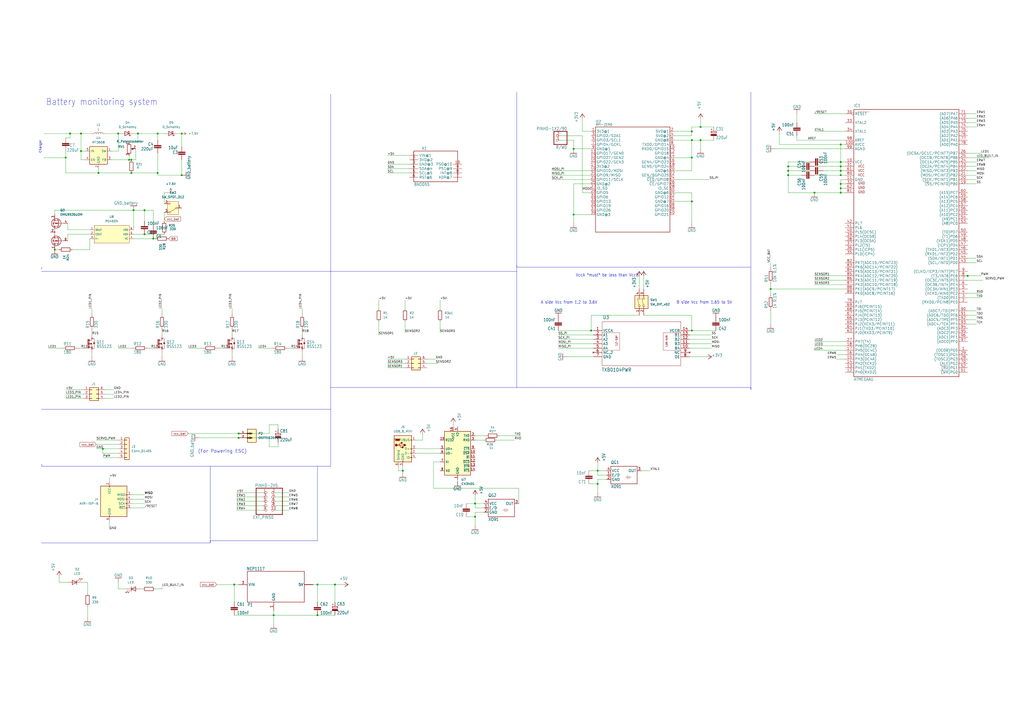
<source format=kicad_sch>
(kicad_sch (version 20250114) (generator "eeschema") (generator_version "9.0")
  (paper "A2")
  (text "Charger" (at 23.368 85.09 90) (effects (font (size 1.27 1.27))))
  (text "A side Vcc from 1.2 to 3.6V" (at 313.69 176.53 0) (effects (font (size 1.778 1.5113)) (justify left bottom)))
  (text "VccA *must* be less than VccB~{}" (at 334.01 160.782 0) (effects (font (size 1.778 1.5113)) (justify left bottom)))
  (text "(For Powering ESC)" (at 129.032 261.874 0) (effects (font (size 1.905 1.905))))
  (text "Battery monitoring system\n" (at 26.67 61.468 0) (effects (font (size 3.81 3.2385)) (justify left bottom)))
  (text "B side Vcc from 1.65 to 5V" (at 392.43 176.53 0) (effects (font (size 1.778 1.5113)) (justify left bottom)))
  (junction (at 138.43 254))
  (junction (at 46.99 77.47))
  (junction (at 105.41 77.47))
  (junction (at 487.68 99.06))
  (junction (at 487.68 93.98))
  (junction (at 487.68 106.68))
  (junction (at 46.99 87.63))
  (junction (at 88.9 138.43))
  (junction (at 457.2 101.6))
  (junction (at 38.1 91.44))
  (junction (at 332.74 86.36))
  (junction (at 487.68 109.22))
  (junction (at 76.2 100.33))
  (junction (at 406.4 81.28))
  (junction (at 401.32 116.84))
  (junction (at 472.44 111.76))
  (junction (at 406.4 73.66))
  (junction (at 31.75 144.78))
  (junction (at 401.32 81.28))
  (junction (at 346.71 280.67))
  (junction (at 233.68 273.05))
  (junction (at 457.2 99.06))
  (junction (at 57.15 100.33))
  (junction (at 401.32 76.2))
  (junction (at 275.59 299.72))
  (junction (at 105.41 101.6))
  (junction (at 184.15 339.09))
  (junction (at 135.89 339.09))
  (junction (at 59.69 260.35))
  (junction (at 487.68 111.76))
  (junction (at 346.71 273.05))
  (junction (at 184.15 356.87))
  (junction (at 401.32 91.44))
  (junction (at 77.47 121.92))
  (junction (at 342.9 191.77))
  (junction (at 91.44 100.33))
  (junction (at 332.74 124.46))
  (junction (at 487.68 101.6))
  (junction (at 158.75 356.87))
  (junction (at 561.34 160.02))
  (junction (at 83.82 135.89))
  (junction (at 487.68 83.82))
  (junction (at 91.44 77.47))
  (junction (at 194.31 339.09))
  (junction (at 76.2 92.71))
  (junction (at 487.68 96.52))
  (junction (at 275.59 292.1))
  (junction (at 80.01 77.47))
  (junction (at 138.43 251.46))
  (junction (at 447.04 167.64))
  (junction (at 401.32 191.77))
  (junction (at 83.82 121.92))
  (junction (at 40.64 77.47))
  (junction (at 457.2 96.52))
  (junction (at 68.58 77.47))
  (junction (at 74.93 92.71))
  (wire (pts (xy 39.37 133.35) (xy 39.37 129.54)))
  (wire (pts (xy 224.79 213.36) (xy 234.95 213.36)))
  (wire (pts (xy 50.8 337.82) (xy 50.8 344.17)))
  (wire (pts (xy 490.22 205.74) (xy 485.14 205.74)) (stroke (width 0.1524)))
  (wire (pts (xy 490.22 96.52) (xy 487.68 96.52)) (stroke (width 0.1524)))
  (wire (pts (xy 457.2 101.6) (xy 457.2 111.76)) (stroke (width 0.1524)))
  (wire (pts (xy 157.48 201.93) (xy 149.86 201.93)) (stroke (width 0.1524)))
  (wire (pts (xy 561.34 152.4) (xy 566.42 152.4)) (stroke (width 0.1524)))
  (wire (pts (xy 391.16 91.44) (xy 401.32 91.44)) (stroke (width 0.1524)))
  (wire (pts (xy 68.58 77.47) (xy 69.85 77.47)))
  (wire (pts (xy 138.43 251.46) (xy 156.21 251.46)))
  (wire (pts (xy 93.98 194.31) (xy 93.98 191.77)) (stroke (width 0.1524)))
  (wire (pts (xy 401.32 191.77) (xy 415.29 191.77)) (stroke (width 0.1524)))
  (wire (pts (xy 344.17 194.31) (xy 323.85 194.31)) (stroke (width 0.1524)))
  (polyline (pts (xy 435.61 224.79) (xy 435.61 226.06)))
  (wire (pts (xy 561.34 71.12) (xy 566.42 71.12)) (stroke (width 0.1524)))
  (wire (pts (xy 77.47 135.89) (xy 83.82 135.89)))
  (wire (pts (xy 561.34 93.98) (xy 566.42 93.98)) (stroke (width 0.1524)))
  (wire (pts (xy 55.88 255.27) (xy 68.58 255.27)))
  (wire (pts (xy 224.79 97.79) (xy 237.49 97.79)) (stroke (width 0.1524)))
  (wire (pts (xy 400.05 199.39) (xy 412.75 199.39)) (stroke (width 0.1524)))
  (wire (pts (xy 490.22 86.36) (xy 449.58 86.36)) (stroke (width 0.1524)))
  (wire (pts (xy 251.46 267.97) (xy 255.27 267.97)))
  (wire (pts (xy 93.98 181.61) (xy 93.98 179.07)) (stroke (width 0.1524)))
  (wire (pts (xy 280.67 297.18) (xy 275.59 297.18)) (stroke (width 0.1524)))
  (wire (pts (xy 60.96 226.06) (xy 66.04 226.06)))
  (wire (pts (xy 561.34 88.9) (xy 568.96 88.9)))
  (wire (pts (xy 152.4 293.37) (xy 137.16 293.37)) (stroke (width 0.1524)))
  (wire (pts (xy 342.9 76.2) (xy 337.82 76.2)) (stroke (width 0.1524)))
  (wire (pts (xy 275.59 252.73) (xy 281.94 252.73)))
  (wire (pts (xy 76.2 92.71) (xy 78.74 92.71)))
  (wire (pts (xy 233.68 273.05) (xy 233.68 270.51)))
  (wire (pts (xy 90.17 341.63) (xy 93.98 341.63)))
  (wire (pts (xy 490.22 165.1) (xy 472.44 165.1)) (stroke (width 0.1524)))
  (wire (pts (xy 561.34 162.56) (xy 570.23 162.56)) (stroke (width 0.1524)))
  (wire (pts (xy 231.14 270.51) (xy 231.14 273.05)))
  (wire (pts (xy 332.74 124.46) (xy 332.74 129.54)) (stroke (width 0.1524)))
  (wire (pts (xy 346.71 280.67) (xy 341.63 280.67)) (stroke (width 0.1524)))
  (wire (pts (xy 152.4 295.91) (xy 137.16 295.91)) (stroke (width 0.1524)))
  (wire (pts (xy 105.41 77.47) (xy 105.41 85.09)))
  (wire (pts (xy 57.15 100.33) (xy 76.2 100.33)))
  (wire (pts (xy 194.31 349.25) (xy 194.31 339.09)) (stroke (width 0.1524)))
  (polyline (pts (xy 121.92 270.51) (xy 121.92 314.96)))
  (wire (pts (xy 53.34 204.47) (xy 53.34 207.01)) (stroke (width 0.1524)))
  (wire (pts (xy 561.34 185.42) (xy 566.42 185.42)) (stroke (width 0.1524)))
  (wire (pts (xy 83.82 121.92) (xy 88.9 121.92)))
  (wire (pts (xy 81.28 341.63) (xy 82.55 341.63)))
  (wire (pts (xy 39.37 133.35) (xy 52.07 133.35)))
  (wire (pts (xy 342.9 191.77) (xy 344.17 191.77)) (stroke (width 0.1524)))
  (wire (pts (xy 401.32 91.44) (xy 401.32 81.28)) (stroke (width 0.1524)))
  (wire (pts (xy 95.25 111.76) (xy 99.06 111.76)))
  (wire (pts (xy 76.2 100.33) (xy 91.44 100.33)))
  (wire (pts (xy 25.4 77.47) (xy 40.64 77.47)))
  (wire (pts (xy 337.82 111.76) (xy 342.9 111.76)))
  (polyline (pts (xy 299.72 154.94) (xy 435.61 154.94)))
  (wire (pts (xy 370.84 167.64) (xy 370.84 160.02)) (stroke (width 0.1524)))
  (wire (pts (xy 38.1 87.63) (xy 38.1 91.44)))
  (wire (pts (xy 93.98 204.47) (xy 93.98 207.01)) (stroke (width 0.1524)))
  (wire (pts (xy 241.3 262.89) (xy 255.27 262.89)))
  (wire (pts (xy 49.53 92.71) (xy 46.99 92.71)))
  (polyline (pts (xy 191.77 157.48) (xy 299.72 157.48)))
  (wire (pts (xy 487.68 96.52) (xy 472.44 96.52)) (stroke (width 0.1524)))
  (wire (pts (xy 34.29 334.01) (xy 34.29 337.82)))
  (wire (pts (xy 135.89 349.25) (xy 135.89 339.09)) (stroke (width 0.1524)))
  (wire (pts (xy 31.75 121.92) (xy 77.47 121.92)))
  (wire (pts (xy 74.93 90.17) (xy 74.93 92.71)))
  (wire (pts (xy 487.68 101.6) (xy 487.68 99.06)) (stroke (width 0.1524)))
  (wire (pts (xy 406.4 73.66) (xy 414.02 73.66)) (stroke (width 0.1524)))
  (wire (pts (xy 561.34 73.66) (xy 566.42 73.66)) (stroke (width 0.1524)))
  (wire (pts (xy 332.74 81.28) (xy 332.74 86.36)) (stroke (width 0.1524)))
  (wire (pts (xy 233.68 274.32) (xy 233.68 273.05)))
  (wire (pts (xy 60.96 228.6) (xy 66.04 228.6)))
  (wire (pts (xy 83.82 135.89) (xy 95.25 135.89)))
  (wire (pts (xy 332.74 106.68) (xy 332.74 124.46)) (stroke (width 0.1524)))
  (wire (pts (xy 452.12 83.82) (xy 452.12 76.2)) (stroke (width 0.1524)))
  (wire (pts (xy 76.2 201.93) (xy 68.58 201.93)) (stroke (width 0.1524)))
  (wire (pts (xy 156.21 251.46) (xy 156.21 246.38)) (stroke (width 0.1524)))
  (wire (pts (xy 391.16 76.2) (xy 401.32 76.2)) (stroke (width 0.1524)))
  (wire (pts (xy 31.75 144.78) (xy 34.29 144.78)))
  (wire (pts (xy 561.34 182.88) (xy 566.42 182.88)) (stroke (width 0.1524)))
  (wire (pts (xy 472.44 203.2) (xy 472.44 201.93)) (stroke (width 0.1524)))
  (wire (pts (xy 184.15 356.87) (xy 194.31 356.87)) (stroke (width 0.1524)))
  (wire (pts (xy 372.11 273.05) (xy 377.19 273.05)) (stroke (width 0.1524)))
  (wire (pts (xy 561.34 180.34) (xy 566.42 180.34)) (stroke (width 0.1524)))
  (wire (pts (xy 342.9 101.6) (xy 320.04 101.6)) (stroke (width 0.1524)))
  (wire (pts (xy 80.01 82.55) (xy 80.01 77.47)))
  (wire (pts (xy 64.77 87.63) (xy 68.58 87.63)))
  (wire (pts (xy 135.89 356.87) (xy 158.75 356.87)) (stroke (width 0.1524)))
  (wire (pts (xy 300.99 283.21) (xy 251.46 283.21)))
  (wire (pts (xy 401.32 73.66) (xy 406.4 73.66)) (stroke (width 0.1524)))
  (wire (pts (xy 152.4 288.29) (xy 137.16 288.29)) (stroke (width 0.1524)))
  (wire (pts (xy 231.14 273.05) (xy 233.68 273.05)))
  (wire (pts (xy 255.27 173.99) (xy 255.27 179.07)))
  (wire (pts (xy 80.01 77.47) (xy 91.44 77.47)))
  (wire (pts (xy 53.34 194.31) (xy 53.34 191.77)) (stroke (width 0.1524)))
  (wire (pts (xy 251.46 283.21) (xy 251.46 267.97)))
  (wire (pts (xy 91.44 101.6) (xy 91.44 100.33)))
  (wire (pts (xy 457.2 99.06) (xy 457.2 96.52)) (stroke (width 0.1524)))
  (wire (pts (xy 472.44 198.12) (xy 490.22 198.12)))
  (wire (pts (xy 241.3 255.27) (xy 245.11 255.27)))
  (wire (pts (xy 275.59 299.72) (xy 275.59 304.8)) (stroke (width 0.1524)))
  (wire (pts (xy 158.75 356.87) (xy 158.75 361.95)) (stroke (width 0.1524)))
  (wire (pts (xy 46.99 77.47) (xy 46.99 87.63)))
  (wire (pts (xy 346.71 273.05) (xy 341.63 273.05)) (stroke (width 0.1524)))
  (wire (pts (xy 31.75 124.46) (xy 31.75 121.92)))
  (wire (pts (xy 391.16 78.74) (xy 401.32 78.74)) (stroke (width 0.1524)))
  (wire (pts (xy 219.71 173.99) (xy 219.71 179.07)))
  (wire (pts (xy 464.82 96.52) (xy 457.2 96.52)) (stroke (width 0.1524)))
  (wire (pts (xy 561.34 104.14) (xy 566.42 104.14)) (stroke (width 0.1524)))
  (wire (pts (xy 561.34 106.68) (xy 566.42 106.68)) (stroke (width 0.1524)))
  (wire (pts (xy 91.44 77.47) (xy 91.44 81.28)))
  (wire (pts (xy 95.25 128.27) (xy 95.25 123.19)))
  (polyline (pts (xy 435.61 53.34) (xy 435.61 226.06)))
  (wire (pts (xy 160.02 288.29) (xy 167.64 288.29)) (stroke (width 0.1524)))
  (wire (pts (xy 245.11 255.27) (xy 245.11 251.46)))
  (wire (pts (xy 490.22 93.98) (xy 487.68 93.98)) (stroke (width 0.1524)))
  (wire (pts (xy 275.59 299.72) (xy 270.51 299.72)) (stroke (width 0.1524)))
  (polyline (pts (xy 299.72 224.79) (xy 435.61 224.79)))
  (wire (pts (xy 38.1 228.6) (xy 48.26 228.6)))
  (wire (pts (xy 41.91 144.78) (xy 52.07 144.78)))
  (wire (pts (xy 135.89 339.09) (xy 125.73 339.09)) (stroke (width 0.1524)))
  (wire (pts (xy 462.28 71.12) (xy 462.28 66.04)) (stroke (width 0.1524)))
  (wire (pts (xy 490.22 76.2) (xy 472.44 76.2)) (stroke (width 0.1524)))
  (wire (pts (xy 323.85 191.77) (xy 342.9 191.77)) (stroke (width 0.1524)))
  (wire (pts (xy 46.99 87.63) (xy 49.53 87.63)))
  (wire (pts (xy 351.79 278.13) (xy 346.71 278.13)) (stroke (width 0.1524)))
  (polyline (pts (xy 191.77 270.51) (xy 24.13 270.51)))
  (wire (pts (xy 487.68 96.52) (xy 487.68 93.98)) (stroke (width 0.1524)))
  (wire (pts (xy 68.58 87.63) (xy 68.58 77.47)))
  (wire (pts (xy 457.2 96.52) (xy 457.2 93.98)) (stroke (width 0.1524)))
  (polyline (pts (xy 121.92 313.69) (xy 121.92 314.96)))
  (polyline (pts (xy 299.72 153.67) (xy 299.72 224.79)))
  (wire (pts (xy 490.22 167.64) (xy 447.04 167.64)) (stroke (width 0.1524)))
  (wire (pts (xy 280.67 292.1) (xy 275.59 292.1)) (stroke (width 0.1524)))
  (wire (pts (xy 401.32 99.06) (xy 401.32 91.44)) (stroke (width 0.1524)))
  (wire (pts (xy 490.22 66.04) (xy 472.44 66.04)) (stroke (width 0.1524)))
  (wire (pts (xy 414.02 81.28) (xy 406.4 81.28)) (stroke (width 0.1524)))
  (wire (pts (xy 400.05 194.31) (xy 412.75 194.31)) (stroke (width 0.1524)))
  (wire (pts (xy 487.68 99.06) (xy 487.68 96.52)) (stroke (width 0.1524)))
  (wire (pts (xy 346.71 278.13) (xy 346.71 280.67)) (stroke (width 0.1524)))
  (wire (pts (xy 105.41 92.71) (xy 105.41 101.6)))
  (wire (pts (xy 95.25 118.11) (xy 95.25 111.76)))
  (wire (pts (xy 88.9 121.92) (xy 88.9 130.81)))
  (wire (pts (xy 447.04 167.64) (xy 447.04 170.18)) (stroke (width 0.1524)))
  (wire (pts (xy 275.59 297.18) (xy 275.59 299.72)) (stroke (width 0.1524)))
  (wire (pts (xy 561.34 91.44) (xy 574.04 91.44)))
  (wire (pts (xy 74.93 92.71) (xy 76.2 92.71)))
  (wire (pts (xy 406.4 86.36) (xy 406.4 81.28)) (stroke (width 0.1524)))
  (wire (pts (xy 77.47 133.35) (xy 77.47 121.92)))
  (wire (pts (xy 25.4 91.44) (xy 38.1 91.44)))
  (wire (pts (xy 406.4 73.66) (xy 406.4 68.58)) (stroke (width 0.1524)))
  (wire (pts (xy 490.22 83.82) (xy 487.68 83.82)) (stroke (width 0.1524)))
  (wire (pts (xy 194.31 339.09) (xy 199.39 339.09)) (stroke (width 0.1524)))
  (wire (pts (xy 170.18 201.93) (xy 167.64 201.93)) (stroke (width 0.1524)))
  (wire (pts (xy 138.43 254) (xy 156.21 254)))
  (wire (pts (xy 73.66 341.63) (xy 68.58 341.63)))
  (polyline (pts (xy 191.77 157.48) (xy 191.77 237.49)))
  (wire (pts (xy 116.84 201.93) (xy 109.22 201.93)) (stroke (width 0.1524)))
  (wire (pts (xy 59.69 265.43) (xy 68.58 265.43)))
  (wire (pts (xy 288.29 255.27) (xy 298.45 255.27)))
  (wire (pts (xy 280.67 294.64) (xy 275.59 294.64)) (stroke (width 0.1524)))
  (wire (pts (xy 152.4 290.83) (xy 137.16 290.83)) (stroke (width 0.1524)))
  (wire (pts (xy 181.61 339.09) (xy 184.15 339.09)) (stroke (width 0.1524)))
  (wire (pts (xy 76.2 294.64) (xy 83.82 294.64)))
  (wire (pts (xy 175.26 204.47) (xy 175.26 207.01)) (stroke (width 0.1524)))
  (wire (pts (xy 457.2 101.6) (xy 457.2 99.06)) (stroke (width 0.1524)))
  (wire (pts (xy 490.22 104.14) (xy 487.68 104.14)) (stroke (width 0.1524)))
  (wire (pts (xy 561.34 68.58) (xy 566.42 68.58)) (stroke (width 0.1524)))
  (wire (pts (xy 391.16 116.84) (xy 401.32 116.84)) (stroke (width 0.1524)))
  (wire (pts (xy 46.99 337.82) (xy 50.8 337.82)))
  (wire (pts (xy 134.62 181.61) (xy 134.62 179.07)) (stroke (width 0.1524)))
  (wire (pts (xy 224.79 95.25) (xy 237.49 95.25)) (stroke (width 0.1524)))
  (wire (pts (xy 370.84 182.88) (xy 342.9 182.88)))
  (wire (pts (xy 88.9 201.93) (xy 86.36 201.93)) (stroke (width 0.1524)))
  (wire (pts (xy 342.9 86.36) (xy 332.74 86.36)) (stroke (width 0.1524)))
  (wire (pts (xy 344.17 199.39) (xy 323.85 199.39)) (stroke (width 0.1524)))
  (wire (pts (xy 391.16 111.76) (xy 401.32 111.76)) (stroke (width 0.1524)))
  (wire (pts (xy 557.53 160.02) (xy 561.34 160.02)))
  (wire (pts (xy 325.12 81.28) (xy 332.74 81.28)) (stroke (width 0.1524)))
  (wire (pts (xy 337.82 78.74) (xy 337.82 111.76)))
  (wire (pts (xy 487.68 99.06) (xy 477.52 99.06)) (stroke (width 0.1524)))
  (wire (pts (xy 158.75 354.33) (xy 158.75 356.87)) (stroke (width 0.1524)))
  (wire (pts (xy 60.96 231.14) (xy 66.04 231.14)))
  (wire (pts (xy 109.22 251.46) (xy 138.43 251.46)))
  (wire (pts (xy 469.9 93.98) (xy 457.2 93.98)) (stroke (width 0.1524)))
  (wire (pts (xy 46.99 92.71) (xy 46.99 87.63)))
  (wire (pts (xy 469.9 99.06) (xy 457.2 99.06)) (stroke (width 0.1524)))
  (wire (pts (xy 241.3 260.35) (xy 255.27 260.35)))
  (wire (pts (xy 247.65 210.82) (xy 254 210.82)))
  (polyline (pts (xy 24.13 237.49) (xy 191.77 237.49)))
  (wire (pts (xy 561.34 149.86) (xy 566.42 149.86)) (stroke (width 0.1524)))
  (wire (pts (xy 175.26 194.31) (xy 175.26 191.77)) (stroke (width 0.1524)))
  (wire (pts (xy 406.4 81.28) (xy 401.32 81.28)) (stroke (width 0.1524)))
  (wire (pts (xy 50.8 351.79) (xy 50.8 358.14)))
  (wire (pts (xy 184.15 339.09) (xy 194.31 339.09)) (stroke (width 0.1524)))
  (wire (pts (xy 57.15 100.33) (xy 38.1 100.33)))
  (polyline (pts (xy 184.15 270.51) (xy 184.15 313.69)))
  (wire (pts (xy 57.15 97.79) (xy 57.15 100.33)))
  (wire (pts (xy 77.47 77.47) (xy 80.01 77.47)))
  (wire (pts (xy 391.16 99.06) (xy 401.32 99.06)) (stroke (width 0.1524)))
  (wire (pts (xy 64.77 92.71) (xy 74.93 92.71)))
  (wire (pts (xy 447.04 180.34) (xy 447.04 187.96)) (stroke (width 0.1524)))
  (wire (pts (xy 351.79 275.59) (xy 346.71 275.59)) (stroke (width 0.1524)))
  (wire (pts (xy 487.68 104.14) (xy 487.68 106.68)) (stroke (width 0.1524)))
  (wire (pts (xy 472.44 200.66) (xy 490.22 200.66)))
  (wire (pts (xy 52.07 138.43) (xy 52.07 144.78)))
  (wire (pts (xy 68.58 262.89) (xy 59.69 262.89)))
  (wire (pts (xy 91.44 100.33) (xy 91.44 88.9)))
  (wire (pts (xy 462.28 81.28) (xy 462.28 78.74)) (stroke (width 0.1524)))
  (wire (pts (xy 76.2 289.56) (xy 83.82 289.56)))
  (wire (pts (xy 38.1 91.44) (xy 38.1 100.33)))
  (wire (pts (xy 48.26 201.93) (xy 45.72 201.93)) (stroke (width 0.1524)))
  (wire (pts (xy 138.43 339.09) (xy 135.89 339.09)) (stroke (width 0.1524)))
  (wire (pts (xy 63.5 302.26) (xy 63.5 307.34)))
  (wire (pts (xy 472.44 203.2) (xy 490.22 203.2)))
  (wire (pts (xy 487.68 83.82) (xy 487.68 93.98)) (stroke (width 0.1524)))
  (wire (pts (xy 175.26 181.61) (xy 175.26 179.07)) (stroke (width 0.1524)))
  (wire (pts (xy 561.34 66.04) (xy 566.42 66.04)) (stroke (width 0.1524)))
  (wire (pts (xy 78.74 92.71) (xy 78.74 86.36)))
  (wire (pts (xy 401.32 182.88) (xy 401.32 191.77)))
  (wire (pts (xy 265.43 279.4) (xy 265.43 278.13)))
  (wire (pts (xy 40.64 80.01) (xy 38.1 80.01)))
  (wire (pts (xy 487.68 101.6) (xy 472.44 101.6)) (stroke (width 0.1524)))
  (wire (pts (xy 134.62 204.47) (xy 134.62 207.01)) (stroke (width 0.1524)))
  (wire (pts (xy 391.16 104.14) (xy 411.48 104.14)) (stroke (width 0.1524)))
  (wire (pts (xy 447.04 165.1) (xy 447.04 167.64)) (stroke (width 0.1524)))
  (wire (pts (xy 487.68 106.68) (xy 490.22 106.68)) (stroke (width 0.1524)))
  (wire (pts (xy 160.02 290.83) (xy 167.64 290.83)) (stroke (width 0.1524)))
  (wire (pts (xy 400.05 201.93) (xy 412.75 201.93)) (stroke (width 0.1524)))
  (wire (pts (xy 464.82 101.6) (xy 457.2 101.6)) (stroke (width 0.1524)))
  (wire (pts (xy 38.1 231.14) (xy 48.26 231.14)))
  (wire (pts (xy 447.04 154.94) (xy 447.04 152.4)) (stroke (width 0.1524)))
  (wire (pts (xy 401.32 116.84) (xy 401.32 129.54)) (stroke (width 0.1524)))
  (wire (pts (xy 55.88 260.35) (xy 59.69 260.35)))
  (wire (pts (xy 262.89 245.11) (xy 262.89 247.65)))
  (wire (pts (xy 40.64 77.47) (xy 46.99 77.47)))
  (wire (pts (xy 105.41 101.6) (xy 91.44 101.6)))
  (wire (pts (xy 40.64 80.01) (xy 40.64 77.47)))
  (wire (pts (xy 561.34 160.02) (xy 568.96 160.02)))
  (wire (pts (xy 275.59 292.1) (xy 275.59 287.02)) (stroke (width 0.1524)))
  (wire (pts (xy 83.82 121.92) (xy 83.82 128.27)))
  (wire (pts (xy 490.22 160.02) (xy 472.44 160.02)) (stroke (width 0.1524)))
  (wire (pts (xy 401.32 78.74) (xy 401.32 76.2)) (stroke (width 0.1524)))
  (wire (pts (xy 328.93 207.01) (xy 344.17 207.01)) (stroke (width 0.1524)))
  (polyline (pts (xy 184.15 313.69) (xy 121.92 313.69)))
  (wire (pts (xy 275.59 292.1) (xy 270.51 292.1)) (stroke (width 0.1524)))
  (wire (pts (xy 487.68 109.22) (xy 490.22 109.22)) (stroke (width 0.1524)))
  (wire (pts (xy 255.27 186.69) (xy 255.27 193.04)))
  (wire (pts (xy 95.25 77.47) (xy 91.44 77.47)))
  (wire (pts (xy 102.87 77.47) (xy 105.41 77.47)))
  (wire (pts (xy 342.9 106.68) (xy 332.74 106.68)) (stroke (width 0.1524)))
  (wire (pts (xy 342.9 99.06) (xy 320.04 99.06)) (stroke (width 0.1524)))
  (wire (pts (xy 74.93 82.55) (xy 80.01 82.55)))
  (polyline (pts (xy 191.77 157.48) (xy 24.13 157.48)))
  (wire (pts (xy 156.21 246.38) (xy 161.29 246.38)) (stroke (width 0.1524)))
  (wire (pts (xy 337.82 76.2) (xy 337.82 68.58)) (stroke (width 0.1524)))
  (wire (pts (xy 224.79 210.82) (xy 234.95 210.82)))
  (wire (pts (xy 35.56 201.93) (xy 27.94 201.93)) (stroke (width 0.1524)))
  (wire (pts (xy 400.05 207.01) (xy 410.21 207.01)) (stroke (width 0.1524)))
  (wire (pts (xy 487.68 111.76) (xy 472.44 111.76)) (stroke (width 0.1524)))
  (wire (pts (xy 561.34 187.96) (xy 566.42 187.96)) (stroke (width 0.1524)))
  (wire (pts (xy 53.34 77.47) (xy 46.99 77.47)))
  (wire (pts (xy 224.79 100.33) (xy 237.49 100.33)) (stroke (width 0.1524)))
  (wire (pts (xy 490.22 162.56) (xy 472.44 162.56)) (stroke (width 0.1524)))
  (wire (pts (xy 160.02 285.75) (xy 167.64 285.75)) (stroke (width 0.1524)))
  (wire (pts (xy 346.71 280.67) (xy 346.71 285.75)) (stroke (width 0.1524)))
  (polyline (pts (xy 299.72 53.34) (xy 299.72 154.94)))
  (wire (pts (xy 224.79 90.17) (xy 237.49 90.17)) (stroke (width 0.1524)))
  (wire (pts (xy 490.22 101.6) (xy 487.68 101.6)) (stroke (width 0.1524)))
  (wire (pts (xy 401.32 76.2) (xy 401.32 73.66)) (stroke (width 0.1524)))
  (wire (pts (xy 457.2 111.76) (xy 472.44 111.76)) (stroke (width 0.1524)))
  (wire (pts (xy 487.68 83.82) (xy 452.12 83.82)) (stroke (width 0.1524)))
  (wire (pts (xy 487.68 109.22) (xy 487.68 111.76)) (stroke (width 0.1524)))
  (wire (pts (xy 53.34 181.61) (xy 53.34 179.07)) (stroke (width 0.1524)))
  (wire (pts (xy 561.34 170.18) (xy 568.96 170.18)))
  (wire (pts (xy 400.05 196.85) (xy 412.75 196.85)) (stroke (width 0.1524)))
  (wire (pts (xy 346.71 273.05) (xy 346.71 267.97)) (stroke (width 0.1524)))
  (wire (pts (xy 275.59 294.64) (xy 275.59 292.1)) (stroke (width 0.1524)))
  (wire (pts (xy 487.68 106.68) (xy 487.68 109.22)) (stroke (width 0.1524)))
  (wire (pts (xy 160.02 293.37) (xy 167.64 293.37)) (stroke (width 0.1524)))
  (wire (pts (xy 400.05 191.77) (xy 401.32 191.77)) (stroke (width 0.1524)))
  (wire (pts (xy 234.95 173.99) (xy 234.95 179.07)))
  (wire (pts (xy 39.37 135.89) (xy 52.07 135.89)))
  (wire (pts (xy 156.21 259.08) (xy 156.21 254)) (stroke (width 0.1524)))
  (wire (pts (xy 76.2 287.02) (xy 83.82 287.02)))
  (wire (pts (xy 152.4 285.75) (xy 137.16 285.75)) (stroke (width 0.1524)))
  (wire (pts (xy 247.65 208.28) (xy 252.73 208.28)))
  (wire (pts (xy 134.62 194.31) (xy 134.62 191.77)) (stroke (width 0.1524)))
  (wire (pts (xy 76.2 292.1) (xy 83.82 292.1)))
  (polyline (pts (xy 191.77 54.61) (xy 191.77 157.48)))
  (wire (pts (xy 300.99 292.1) (xy 300.99 283.21)))
  (wire (pts (xy 77.47 121.92) (xy 83.82 121.92)))
  (wire (pts (xy 55.88 257.81) (xy 68.58 257.81)))
  (wire (pts (xy 289.56 252.73) (xy 302.26 252.73)))
  (polyline (pts (xy 24.13 269.24) (xy 24.13 270.51)))
  (wire (pts (xy 39.37 139.7) (xy 39.37 135.89)))
  (wire (pts (xy 68.58 337.82) (xy 68.58 341.63)))
  (wire (pts (xy 59.69 260.35) (xy 59.69 262.89)))
  (polyline (pts (xy 24.13 314.96) (xy 121.92 314.96)))
  (wire (pts (xy 487.68 111.76) (xy 490.22 111.76)) (stroke (width 0.1524)))
  (wire (pts (xy 490.22 208.28) (xy 485.14 208.28)) (stroke (width 0.1524)))
  (wire (pts (xy 129.54 201.93) (xy 127 201.93)) (stroke (width 0.1524)))
  (wire (pts (xy 161.29 246.38) (xy 161.29 248.92)) (stroke (width 0.1524)))
  (wire (pts (xy 490.22 99.06) (xy 487.68 99.06)) (stroke (width 0.1524)))
  (wire (pts (xy 561.34 172.72) (xy 568.96 172.72)))
  (wire (pts (xy 351.79 273.05) (xy 346.71 273.05)) (stroke (width 0.1524)))
  (wire (pts (xy 561.34 96.52) (xy 566.42 96.52)) (stroke (width 0.1524)))
  (wire (pts (xy 184.15 356.87) (xy 158.75 356.87)) (stroke (width 0.1524)))
  (wire (pts (xy 275.59 255.27) (xy 280.67 255.27)))
  (wire (pts (xy 561.34 101.6) (xy 566.42 101.6)) (stroke (width 0.1524)))
  (wire (pts (xy 373.38 182.88) (xy 401.32 182.88)))
  (polyline (pts (xy 24.13 154.94) (xy 24.13 156.21)))
  (wire (pts (xy 115.57 254) (xy 138.43 254)))
  (wire (pts (xy 234.95 186.69) (xy 234.95 193.04)))
  (wire (pts (xy 325.12 78.74) (xy 337.82 78.74)))
  (wire (pts (xy 77.47 138.43) (xy 88.9 138.43)))
  (wire (pts (xy 160.02 295.91) (xy 167.64 295.91)) (stroke (width 0.1524)))
  (wire (pts (xy 487.68 93.98) (xy 477.52 93.98)) (stroke (width 0.1524)))
  (wire (pts (xy 88.9 138.43) (xy 90.17 138.43)))
  (wire (pts (xy 38.1 226.06) (xy 48.26 226.06)))
  (wire (pts (xy 346.71 275.59) (xy 346.71 273.05)) (stroke (width 0.1524)))
  (wire (pts (xy 161.29 259.08) (xy 156.21 259.08)) (stroke (width 0.1524)))
  (wire (pts (xy 401.32 81.28) (xy 391.16 81.28)) (stroke (width 0.1524)))
  (wire (pts (xy 342.9 104.14) (xy 320.04 104.14)) (stroke (width 0.1524)))
  (wire (pts (xy 59.69 260.35) (xy 68.58 260.35)))
  (wire (pts (xy 490.22 81.28) (xy 462.28 81.28)) (stroke (width 0.1524)))
  (wire (pts (xy 63.5 276.86) (xy 63.5 279.4)))
  (wire (pts (xy 219.71 186.69) (xy 219.71 194.31)))
  (wire (pts (xy 342.9 124.46) (xy 332.74 124.46)) (stroke (width 0.1524)))
  (wire (pts (xy 93.98 340.36) (xy 93.98 341.63)))
  (wire (pts (xy 224.79 208.28) (xy 234.95 208.28)))
  (polyline (pts (xy 191.77 237.49) (xy 191.77 270.51)))
  (wire (pts (xy 161.29 256.54) (xy 161.29 259.08)) (stroke (width 0.1524)))
  (wire (pts (xy 342.9 182.88) (xy 342.9 191.77)))
  (wire (pts (xy 344.17 201.93) (xy 323.85 201.93)) (stroke (width 0.1524)))
  (wire (pts (xy 39.37 337.82) (xy 34.29 337.82)))
  (wire (pts (xy 184.15 349.25) (xy 184.15 339.09)) (stroke (width 0.1524)))
  (wire (pts (xy 373.38 167.64) (xy 373.38 160.02)) (stroke (width 0.1524)))
  (wire (pts (xy 68.58 77.47) (xy 60.96 77.47)))
  (wire (pts (xy 401.32 116.84) (xy 401.32 111.76)) (stroke (width 0.1524)))
  (wire (pts (xy 561.34 99.06) (xy 566.42 99.06)) (stroke (width 0.1524)))
  (wire (pts (xy 344.17 196.85) (xy 323.85 196.85)) (stroke (width 0.1524)))
  (polyline (pts (xy 191.77 224.79) (xy 299.72 224.79)))
  (label "+5V" (at 137.16 285.75 0) (effects (font (size 1.2446 1.2446))))
  (label "ERW4" (at 137.16 295.91 0) (effects (font (size 1.2446 1.2446))))
  (label "+5V" (at 255.27 173.99 0) (effects (font (size 1.2446 1.2446))))
  (label "SENSOR1" (at 224.79 213.36 0) (effects (font (size 1.2446 1.2446))))
  (label "+5V" (at 63.5 276.86 0))
  (label "ERW5" (at 167.64 288.29 0) (effects (font (size 1.2446 1.2446))))
  (label "LED2" (at 68.58 201.93 0) (effects (font (size 1.2446 1.2446))))
  (label "SCL" (at 224.79 100.33 0) (effects (font (size 1.2446 1.2446))))
  (label "ERW6" (at 485.14 205.74 180) (effects (font (size 1.2446 1.2446))))
  (label "MODE" (at 337.82 110.49 0))
  (label "R18" (at 175.26 193.04 0))
  (label "MISO_PI" (at 323.85 201.93 0) (effects (font (size 1.2446 1.2446))))
  (label "SCK" (at 83.82 292.1 0))
  (label "LED2" (at 472.44 198.12 0))
  (label "SENSOR1" (at 219.71 194.31 0) (effects (font (size 1.2446 1.2446))))
  (label "MOSI" (at 412.75 199.39 0) (effects (font (size 1.2446 1.2446))))
  (label "LED3_PIN" (at 38.1 228.6 0) (effects (font (size 1.2446 1.2446))))
  (label "ERW1" (at 137.16 288.29 0) (effects (font (size 1.2446 1.2446))))
  (label "SS" (at 566.42 106.68 0) (effects (font (size 1.2446 1.2446))))
  (label "GND" (at 252.73 208.28 0) (effects (font (size 1.2446 1.2446))))
  (label "XTAL1" (at 472.44 76.2 0) (effects (font (size 1.2446 1.2446))))
  (label "ERW4" (at 566.42 73.66 0) (effects (font (size 1.2446 1.2446))))
  (label "+5V" (at 38.1 226.06 0) (effects (font (size 1.2446 1.2446))))
  (label "TMS" (at 566.42 185.42 0) (effects (font (size 1.2446 1.2446))))
  (label "GND" (at 55.88 260.35 0) (effects (font (size 1.2446 1.2446))))
  (label "RX0" (at 566.42 170.18 0))
  (label "MISO" (at 566.42 99.06 0) (effects (font (size 1.2446 1.2446))))
  (label "SS_PI" (at 323.85 194.31 0) (effects (font (size 1.2446 1.2446))))
  (label "LED2_PIN" (at 66.04 231.14 0) (effects (font (size 1.2446 1.2446))))
  (label "SENSOR2" (at 252.73 210.82 0))
  (label "SDA" (at 566.42 149.86 0) (effects (font (size 1.2446 1.2446))))
  (label "R17" (at 134.62 193.04 0))
  (label "R15" (at 53.34 194.31 0))
  (label "LED1" (at 27.94 201.93 0) (effects (font (size 1.2446 1.2446))))
  (label "{slash}RESET" (at 83.82 294.64 0))
  (label "ERW3" (at 566.42 71.12 0) (effects (font (size 1.2446 1.2446))))
  (label "LED3_PIN" (at 134.62 179.07 90) (effects (font (size 1.2446 1.2446))))
  (label "SCK" (at 412.75 196.85 0) (effects (font (size 1.2446 1.2446))))
  (label "MOSI" (at 83.82 289.56 0))
  (label "TX0" (at 298.45 252.73 0))
  (label "LED2_PIN" (at 93.98 179.07 90) (effects (font (size 1.2446 1.2446))))
  (label "SCL" (at 566.42 152.4 0) (effects (font (size 1.2446 1.2446))))
  (label "SENSOR2" (at 234.95 193.04 0) (effects (font (size 1.2446 1.2446))))
  (label "AREF" (at 468.63 81.28 0))
  (label "ERW2" (at 137.16 290.83 0) (effects (font (size 1.2446 1.2446))))
  (label "GND" (at 224.79 95.25 0) (effects (font (size 1.2446 1.2446))))
  (label "LED1_PIN" (at 53.34 179.07 90) (effects (font (size 1.2446 1.2446))))
  (label "R14" (at 168.91 201.93 0))
  (label "MOSI_PI" (at 320.04 99.06 0) (effects (font (size 1.2446 1.2446))))
  (label "MISO" (at 412.75 201.93 0) (effects (font (size 1.2446 1.2446))))
  (label "ERW2" (at 566.42 68.58 0) (effects (font (size 1.2446 1.2446))))
  (label "TDO" (at 566.42 182.88 0) (effects (font (size 1.2446 1.2446))))
  (label "+5V" (at 234.95 173.99 0) (effects (font (size 1.2446 1.2446))))
  (label "LED_BUILT_IN" (at 93.98 340.36 0))
  (label "MOSI_PI" (at 323.85 199.39 0) (effects (font (size 1.2446 1.2446))))
  (label "+5V" (at 224.79 90.17 0) (effects (font (size 1.2446 1.2446))))
  (label "R13" (at 128.27 201.93 0))
  (label "LED1" (at 568.96 88.9 0))
  (label "LED3" (at 109.22 201.93 0) (effects (font (size 1.2446 1.2446))))
  (label "ERW1" (at 566.42 66.04 0) (effects (font (size 1.2446 1.2446))))
  (label "MOSI" (at 566.42 101.6 0) (effects (font (size 1.2446 1.2446))))
  (label "TCK" (at 566.42 187.96 0) (effects (font (size 1.2446 1.2446))))
  (label "SENSOR2" (at 472.44 162.56 0) (effects (font (size 1.2446 1.2446))))
  (label "GND" (at 167.64 285.75 0) (effects (font (size 1.2446 1.2446))))
  (label "LED3" (at 472.44 200.66 0))
  (label "LED4_PIN" (at 175.26 179.07 90) (effects (font (size 1.2446 1.2446))))
  (label "R11" (at 46.99 201.93 0))
  (label "RX0" (at 298.45 255.27 0))
  (label "+5V" (at 224.79 208.28 0) (effects (font (size 1.2446 1.2446))))
  (label "SS_PI" (at 411.48 104.14 0) (effects (font (size 1.2446 1.2446))))
  (label "MISO" (at 83.82 287.02 0))
  (label "+5V" (at 219.71 173.99 0) (effects (font (size 1.2446 1.2446))))
  (label "SDA" (at 224.79 97.79 0) (effects (font (size 1.2446 1.2446))))
  (label "SERVO_PWM" (at 55.88 255.27 0) (effects (font (size 1.2446 1.2446))))
  (label "LED4" (at 149.86 201.93 0) (effects (font (size 1.2446 1.2446))))
  (label "LED_BUILT_IN" (at 566.42 91.44 0))
  (label "R12" (at 87.63 201.93 0))
  (label "TDI" (at 566.42 180.34 0) (effects (font (size 1.2446 1.2446))))
  (label "MISO_PI" (at 320.04 101.6 0) (effects (font (size 1.2446 1.2446))))
  (label "XTAL1" (at 377.19 273.05 0) (effects (font (size 1.2446 1.2446))))
  (label "ERW7" (at 167.64 293.37 0) (effects (font (size 1.2446 1.2446))))
  (label "LED1_PIN" (at 38.1 231.14 0) (effects (font (size 1.2446 1.2446))))
  (label "SENSOR3" (at 224.79 210.82 0) (effects (font (size 1.2446 1.2446))))
  (label "ERW5" (at 485.14 208.28 180) (effects (font (size 1.2446 1.2446))))
  (label "TX0" (at 566.42 172.72 0))
  (label "SENSOR3" (at 472.44 165.1 0) (effects (font (size 1.2446 1.2446))))
  (label "/RESET" (at 472.44 66.04 0) (effects (font (size 1.2446 1.2446))))
  (label "PWM" (at 59.69 265.43 0))
  (label "GND" (at 66.04 226.06 0) (effects (font (size 1.2446 1.2446))))
  (label "SERVO_PWM" (at 571.5 162.56 0) (effects (font (size 1.2446 1.2446))))
  (label "ERW6" (at 167.64 290.83 0) (effects (font (size 1.2446 1.2446))))
  (label "VCC_BAT" (at 447.04 152.4 90) (effects (font (size 1.2446 1.2446))))
  (label "LED4" (at 472.44 203.2 0))
  (label "SCK_PI" (at 320.04 104.14 0) (effects (font (size 1.2446 1.2446))))
  (label "ERW8" (at 566.42 96.52 0) (effects (font (size 1.2446 1.2446))))
  (label "GND" (at 63.5 307.34 0))
  (label "ERW8" (at 167.64 295.91 0) (effects (font (size 1.2446 1.2446))))
  (label "R16" (at 93.98 193.04 0))
  (label "SS" (at 412.75 194.31 0) (effects (font (size 1.2446 1.2446))))
  (label "MISO" (at 83.82 287.02 0))
  (label "PWM" (at 568.96 160.02 0))
  (label "SCK_PI" (at 323.85 196.85 0) (effects (font (size 1.2446 1.2446))))
  (label "SCK" (at 566.42 104.14 0) (effects (font (size 1.2446 1.2446))))
  (label "ERW7" (at 566.42 93.98 0) (effects (font (size 1.2446 1.2446))))
  (label "SENSOR1" (at 472.44 160.02 0) (effects (font (size 1.2446 1.2446))))
  (label "ERW3" (at 137.16 293.37 0) (effects (font (size 1.2446 1.2446))))
  (label "LED4_PIN" (at 66.04 228.6 0) (effects (font (size 1.2446 1.2446))))
  (label "SENSOR3" (at 255.27 193.04 0) (effects (font (size 1.2446 1.2446))))
  (global_label "BB" (shape input) (at 97.79 138.43 0) (property "Intersheetrefs" "${INTERSHEET_REFS}" (effects (hide yes))))
  (global_label "vcc_bat" (shape input) (at 109.22 251.46 180) (property "Intersheetrefs" "${INTERSHEET_REFS}" (effects (hide yes))))
  (global_label "vcc_bat" (shape input) (at 95.25 127 0) (property "Intersheetrefs" "${INTERSHEET_REFS}" (effects (hide yes))))
  (global_label "vcc_bat" (shape input) (at 55.88 257.81 180) (property "Intersheetrefs" "${INTERSHEET_REFS}" (effects (hide yes))))
  (global_label "vcc_bat" (shape input) (at 125.73 339.09 180) (property "Intersheetrefs" "${INTERSHEET_REFS}" (effects (hide yes))))
  (symbol (lib_id "main_board_V2.4-eagle-import:embedded_10681391_C-EUC0805") (at 469.9 96.52 270) (unit 1)
    (property "Reference" "C54" (at 462.661 92.964 0) (effects (font (size 1.778 1.5113)) (justify left bottom)))
    (property "Value" "100nF" (at 465.201 92.964 0) (effects (font (size 1.778 1.5113)) (justify left bottom)))
    (property "Footprint" "footprints_vehicle_pcb:C0805_10681391" (effects (hide yes)))
  )
  (symbol (lib_id "Device:D_Schottky") (at 99.06 77.47 180) (unit 1)
    (property "Reference" "D5" (at 99.3775 71.12 0))
    (property "Value" "D_Schottky" (at 99.3775 73.66 0))
    (property "Description" "Schottky diode" (effects (hide yes)))
  )
  (symbol (lib_id "main_board_V2.4-eagle-import:supply1_371_GND") (at 31.75 147.32 0) (unit 1)
    (property "Reference" "#GND016" (effects (hide yes)))
    (property "Value" "GND" (at 29.21 149.86 0) (effects (font (size 1.778 1.5113)) (justify left bottom)))
  )
  (symbol (lib_id "Device:R") (at 38.1 144.78 270) (unit 1)
    (property "Reference" "R24" (at 39.3701 147.32 0) (effects (justify left)))
    (property "Value" "1K" (at 37.338 147.828 0) (effects (justify left)))
    (property "Footprint" "Resistor_SMD:R_0603_1608Metric" (effects (hide yes)))
    (property "Description" "Resistor" (effects (hide yes)))
  )
  (symbol (lib_id "main_board_V2.4-eagle-import:embedded_10681391_BSS123") (at 134.62 199.39 0) (unit 1)
    (property "Reference" "Q13" (at 137.16 199.39 0) (effects (font (size 1.778 1.5113)) (justify left bottom)))
    (property "Value" "BSS123" (at 137.16 201.93 0) (effects (font (size 1.778 1.5113)) (justify left bottom)))
    (property "Footprint" "footprints_vehicle_pcb:SOT23_NMOS" (effects (hide yes)))
  )
  (symbol (lib_id "main_board_V2.4-eagle-import:supply1_371_GND") (at 134.62 209.55 0) (unit 1)
    (property "Reference" "#GND10" (effects (hide yes)))
    (property "Value" "GND" (at 132.08 212.09 0) (effects (font (size 1.778 1.5113)) (justify left bottom)))
  )
  (symbol (lib_id "Device:R") (at 86.36 341.63 90) (unit 1)
    (property "Reference" "R10" (at 86.36 335.28 90))
    (property "Value" "330" (at 86.36 337.82 90))
    (property "Footprint" "Resistor_SMD:R_0603_1608Metric" (effects (hide yes)))
    (property "Description" "Resistor" (effects (hide yes)))
  )
  (symbol (lib_id "main_board_V2.4-eagle-import:supply1_371_+5V") (at 452.12 73.66 0) (unit 1)
    (property "Reference" "#P+1" (effects (hide yes)))
    (property "Value" "+5V" (at 449.58 76.2 90) (effects (font (size 1.778 1.5113)) (justify left bottom)))
  )
  (symbol (lib_id "main_board_V2.4-eagle-import:embedded_10681391_RPI-ZERO") (at 365.76 106.68 0) (unit 1)
    (property "Reference" "IC2" (at 345.44 71.12 0) (effects (justify left bottom)))
    (property "Value" "RPI-ZERO" (at 345.44 73.025 0) (effects (justify left bottom)))
    (property "Footprint" "footprints_vehicle_pcb:rpi_zero_w" (effects (hide yes)))
  )
  (symbol (lib_id "main_board_V2.4-eagle-import:supply1_371_GND") (at 93.98 209.55 0) (unit 1)
    (property "Reference" "#GND9" (effects (hide yes)))
    (property "Value" "GND" (at 91.44 212.09 0) (effects (font (size 1.778 1.5113)) (justify left bottom)))
  )
  (symbol (lib_id "Regulator_Switching:MT3608") (at 57.15 90.17 0) (unit 1)
    (property "Reference" "U4" (at 57.15 80.01 0))
    (property "Value" "MT3608" (at 57.15 82.55 0))
    (property "Footprint" "Package_TO_SOT_SMD:SOT-23-6" (effects (hide yes)))
    (property "Datasheet" "https://www.olimex.com/Products/Breadboarding/BB-PWR-3608/resources/MT3608.pdf" (effects (hide yes)))
    (property "Description" "High Efficiency 1.2MHz 2A Step Up Converter, 2-24V Vin, 28V Vout, 4A current limit, 1.2MHz, SOT23-6" (effects (hide yes)))
  )
  (symbol (lib_id "main_board_V2.4-eagle-import:embedded_10681391_NCP1117") (at 161.29 336.55 0) (unit 1)
    (property "Reference" "P1" (at 143.51 351.79 0) (effects (font (size 1.778 1.5113)) (justify left bottom)))
    (property "Value" "NCP1117" (at 153.67 328.93 0) (effects (font (size 1.778 1.5113)) (justify right top)))
    (property "Footprint" "footprints_vehicle_pcb:SOT223_ncp1117" (effects (hide yes)))
  )
  (symbol (lib_id "main_board_V2.4-eagle-import:supply1_371_+5V") (at 262.89 242.57 0) (unit 1)
    (property "Reference" "#P+09" (effects (hide yes)))
    (property "Value" "+5V" (at 265.43 239.522 90) (effects (font (size 1.778 1.5113)) (justify right top)))
  )
  (symbol (lib_id "Device:R_Potentiometer") (at 74.93 86.36 0) (unit 1)
    (property "Reference" "RV1" (at 72.39 85.0899 0) (effects (justify right)))
    (property "Value" "R_Potentiometer" (at 83.312 82.042 0) (effects (justify right)))
    (property "Footprint" "Potentiometer_SMD:Potentiometer_Bourns_3214W_Vertical" (effects (hide yes)))
    (property "Description" "Potentiometer" (effects (hide yes)))
  )
  (symbol (lib_id "main_board_V2.4-eagle-import:supply1_371_GND") (at 113.03 254 270) (unit 1)
    (property "Reference" "#GND012" (effects (hide yes)))
    (property "Value" "GND_battery" (at 110.49 251.46 0) (effects (font (size 1.778 1.5113)) (justify left bottom)))
  )
  (symbol (lib_id "main_board_V2.4-eagle-import:supply1_371_GND") (at 275.59 307.34 0) (unit 1)
    (property "Reference" "#GND022" (effects (hide yes)))
    (property "Value" "GND" (at 273.05 309.88 0) (effects (font (size 1.778 1.5113)) (justify left bottom)))
  )
  (symbol (lib_id "main_board_V2.4-eagle-import:supply1_371_+5V") (at 245.11 248.92 0) (unit 1)
    (property "Reference" "#P+08" (effects (hide yes)))
    (property "Value" "+5V" (at 247.65 245.872 90) (effects (font (size 1.778 1.5113)) (justify right top)))
  )
  (symbol (lib_id "main_board_V2.4-eagle-import:supply1_371_+5V") (at 34.29 331.47 0) (unit 1)
    (property "Reference" "#P+04" (effects (hide yes)))
    (property "Value" "+5V" (at 31.75 331.47 90) (effects (font (size 1.778 1.5113)) (justify left bottom)))
  )
  (symbol (lib_id "main_board_V2.4-eagle-import:embedded_10681391_CPOL/6,3X7,7") (at 161.29 251.46 0) (unit 1)
    (property "Reference" "C81" (at 162.433 250.9774 0) (effects (font (size 1.778 1.5113)) (justify left bottom)))
    (property "Value" "220uF" (at 162.433 256.0574 0) (effects (font (size 1.778 1.5113)) (justify left bottom)))
    (property "Footprint" "footprints_vehicle_pcb:UD-6,3X5,8_Electrolytic_CAP" (effects (hide yes)))
  )
  (symbol (lib_id "Device:LED") (at 77.47 341.63 0) (unit 1)
    (property "Reference" "D3" (at 75.8825 335.28 0))
    (property "Value" "LED" (at 75.8825 337.82 0))
    (property "Footprint" "LED_SMD:LED_0805_2012Metric" (effects (hide yes)))
    (property "Description" "Light emitting diode" (effects (hide yes)))
    (property "Sim.Pins" "1=K 2=A" (effects (hide yes)))
  )
  (symbol (lib_id "main_board_V2.4-eagle-import:embedded_10681391_R-EUR0805") (at 162.56 201.93 0) (unit 1)
    (property "Reference" "R14" (at 158.75 200.4314 0) (effects (font (size 1.778 1.5113)) (justify left bottom)))
    (property "Value" "180" (at 158.75 205.232 0) (effects (font (size 1.778 1.5113)) (justify left bottom)))
    (property "Footprint" "Resistor_SMD:R_0603_1608Metric" (effects (hide yes)))
  )
  (symbol (lib_id "main_board_V2.4-eagle-import:embedded_10681391_C-EUC0805") (at 83.82 133.35 0) (mirror x) (unit 1)
    (property "Reference" "C11" (at 85.344 133.731 0) (effects (font (size 1.778 1.5113)) (justify left bottom)))
    (property "Value" "100nF" (at 85.344 128.651 0) (effects (font (size 1.778 1.5113)) (justify left bottom)))
    (property "Footprint" "footprints_vehicle_pcb:C0805_10681391" (effects (hide yes)))
  )
  (symbol (lib_id "main_board_V2.4-eagle-import:embedded_10681391_C-EUC0805") (at 105.41 87.63 0) (unit 1)
    (property "Reference" "C3" (at 100.076 89.408 0) (effects (font (size 1.778 1.5113)) (justify left bottom)))
    (property "Value" "10uF" (at 97.536 86.614 0) (effects (font (size 1.778 1.5113)) (justify left bottom)))
    (property "Footprint" "footprints_vehicle_pcb:C0805_10681391" (effects (hide yes)))
  )
  (symbol (lib_id "main_board_V2.4-eagle-import:supply1_371_GND") (at 175.26 209.55 0) (unit 1)
    (property "Reference" "#GND11" (effects (hide yes)))
    (property "Value" "GND" (at 172.72 212.09 0) (effects (font (size 1.778 1.5113)) (justify left bottom)))
  )
  (symbol (lib_id "Device:LED") (at 43.18 337.82 180) (unit 1)
    (property "Reference" "D2" (at 44.7675 330.2 0))
    (property "Value" "LED" (at 44.7675 332.74 0))
    (property "Footprint" "LED_SMD:LED_0805_2012Metric" (effects (hide yes)))
    (property "Description" "Light emitting diode" (effects (hide yes)))
    (property "Sim.Pins" "1=K 2=A" (effects (hide yes)))
  )
  (symbol (lib_id "main_board_V2.4-eagle-import:supply1_371_GND") (at 323.85 181.61 180) (unit 1)
    (property "Reference" "#GND13" (effects (hide yes)))
    (property "Value" "GND" (at 326.39 179.07 0) (effects (font (size 1.778 1.5113)) (justify left bottom)))
  )
  (symbol (lib_id "main_board_V2.4-eagle-import:supply1_371_+5V") (at 373.38 157.48 0) (unit 1)
    (property "Reference" "#P+6" (effects (hide yes)))
    (property "Value" "+5V" (at 376.428 167.132 90) (effects (font (size 1.778 1.5113)) (justify left bottom)))
  )
  (symbol (lib_id "main_board_V2.4-eagle-import:supply1_371_GND") (at 77.47 119.38 180) (unit 1)
    (property "Reference" "#GND025" (effects (hide yes)))
    (property "Value" "GND_battery" (at 80.01 116.84 0) (effects (font (size 1.778 1.5113)) (justify left bottom)))
  )
  (symbol (lib_id "main_board_V2.4-eagle-import:embedded_10681391_C-EUC0805") (at 341.63 278.13 180) (unit 1)
    (property "Reference" "C71" (at 340.106 278.511 0) (effects (font (size 1.778 1.5113)) (justify left bottom)))
    (property "Value" "10nF" (at 340.106 273.431 0) (effects (font (size 1.778 1.5113)) (justify left bottom)))
    (property "Footprint" "footprints_vehicle_pcb:C0805_10681391" (effects (hide yes)))
  )
  (symbol (lib_id "main_board_V2.4-eagle-import:embedded_10681391_R-EUR0805") (at 40.64 201.93 0) (unit 1)
    (property "Reference" "R11" (at 36.83 200.4314 0) (effects (font (size 1.778 1.5113)) (justify left bottom)))
    (property "Value" "180" (at 36.83 205.232 0) (effects (font (size 1.778 1.5113)) (justify left bottom)))
    (property "Footprint" "Resistor_SMD:R_0603_1608Metric" (effects (hide yes)))
  )
  (symbol (lib_id "main_board_V2.4-eagle-import:embedded_10681391_ATMEGAAU") (at 525.78 142.24 0) (unit 1)
    (property "Reference" "IC1" (at 495.3 62.23 0) (effects (font (size 1.778 1.5113)) (justify left bottom)))
    (property "Value" "ATMEGAAU" (at 495.3 220.98 0) (effects (font (size 1.778 1.5113)) (justify left bottom)))
    (property "Footprint" "footprints_vehicle_pcb:TQFP100_atmega2560" (effects (hide yes)))
  )
  (symbol (lib_id "Connector:USB_B_Mini") (at 233.68 260.35 0) (unit 1)
    (property "Reference" "J5" (at 233.68 247.65 0))
    (property "Value" "USB_B_Mini" (at 233.68 250.19 0))
    (property "Footprint" "Connector_USB:USB_Mini-B_AdamTech_MUSB-B5-S-VT-TSMT-1_SMD_Vertical" (effects (hide yes)))
    (property "Description" "USB Mini Type B connector" (effects (hide yes)))
  )
  (symbol (lib_id "Transistor_FET:DMG9926UDM") (at 31.75 134.62 180) (unit 1)
    (property "Reference" "Q3" (at 34.8681 121.92 0) (effects (justify right)))
    (property "Value" "DMG9926UDM" (at 34.8681 124.46 0) (effects (justify right)))
    (property "Footprint" "Package_TO_SOT_SMD:SOT-23-6" (effects (hide yes)))
    (property "Datasheet" "https://www.diodes.com/assets/Datasheets/ds31770.pdf" (effects (hide yes)))
    (property "Description" "4.2A Id, 20V Vds, Common-Drain, Dual Half Bridge N-Channel MOSFET, 28mOhm Ron, SOT-23-6" (effects (hide yes)))
  )
  (symbol (lib_id "main_board_V2.4-eagle-import:supply1_371_GND") (at 415.29 181.61 180) (unit 1)
    (property "Reference" "#GND20" (effects (hide yes)))
    (property "Value" "GND" (at 417.83 179.07 0) (effects (font (size 1.778 1.5113)) (justify left bottom)))
  )
  (symbol (lib_id "main_board_V2.4-eagle-import:supply1_371_GND") (at 472.44 114.3 0) (unit 1)
    (property "Reference" "#GND4" (effects (hide yes)))
    (property "Value" "GND" (at 469.9 116.84 0) (effects (font (size 1.778 1.5113)) (justify left bottom)))
  )
  (symbol (lib_id "main_board_V2.4-eagle-import:embedded_10681391_C-EUC0805") (at 270.51 297.18 180) (unit 1)
    (property "Reference" "C10" (at 268.986 297.561 0) (effects (font (size 1.778 1.5113)) (justify left bottom)))
    (property "Value" "10nF" (at 268.986 292.481 0) (effects (font (size 1.778 1.5113)) (justify left bottom)))
    (property "Footprint" "footprints_vehicle_pcb:C0805_10681391" (effects (hide yes)))
  )
  (symbol (lib_id "main_board_V2.4-eagle-import:supply1_371_GND") (at 265.43 281.94 0) (unit 1)
    (property "Reference" "#GND024" (effects (hide yes)))
    (property "Value" "GND" (at 262.89 284.48 0) (effects (font (size 1.778 1.5113)) (justify left bottom)))
  )
  (symbol (lib_id "main_board_V2.4-eagle-import:embedded_10681391_C-EUC0805") (at 415.29 189.23 0) (mirror x) (unit 1)
    (property "Reference" "C42" (at 416.814 189.611 0) (effects (font (size 1.778 1.5113)) (justify left bottom)))
    (property "Value" "100nF" (at 416.814 184.531 0) (effects (font (size 1.778 1.5113)) (justify left bottom)))
    (property "Footprint" "footprints_vehicle_pcb:C0805_10681391" (effects (hide yes)))
  )
  (symbol (lib_id "Device:R") (at 234.95 182.88 0) (unit 1)
    (property "Reference" "R2" (at 237.49 181.6099 0) (effects (justify left)))
    (property "Value" "1K" (at 237.49 184.1499 0) (effects (justify left)))
    (property "Footprint" "Resistor_SMD:R_0603_1608Metric" (effects (hide yes)))
    (property "Description" "Resistor" (effects (hide yes)))
  )
  (symbol (lib_id "main_board_V2.4-eagle-import:supply1_371_GND") (at 107.95 101.6 90) (unit 1)
    (property "Reference" "#GND026" (effects (hide yes)))
    (property "Value" "GND_battery" (at 110.49 104.14 0) (effects (font (size 1.778 1.5113)) (justify left bottom)))
  )
  (symbol (lib_id "Device:R") (at 219.71 182.88 0) (unit 1)
    (property "Reference" "R1" (at 222.25 181.6099 0) (effects (justify left)))
    (property "Value" "1K" (at 222.25 184.1499 0) (effects (justify left)))
    (property "Footprint" "Resistor_SMD:R_0603_1608Metric" (effects (hide yes)))
    (property "Description" "Resistor" (effects (hide yes)))
  )
  (symbol (lib_id "main_board_V2.4-eagle-import:embedded_10681391_R-EUR0805") (at 121.92 201.93 0) (unit 1)
    (property "Reference" "R13" (at 118.11 200.4314 0) (effects (font (size 1.778 1.5113)) (justify left bottom)))
    (property "Value" "180" (at 118.11 205.232 0) (effects (font (size 1.778 1.5113)) (justify left bottom)))
    (property "Footprint" "Resistor_SMD:R_0603_1608Metric" (effects (hide yes)))
  )
  (symbol (lib_id "main_board_V2.4-eagle-import:embedded_10681391_C-EUC0805") (at 91.44 83.82 0) (unit 1)
    (property "Reference" "C4" (at 85.852 84.582 0) (effects (font (size 1.778 1.5113)) (justify left bottom)))
    (property "Value" "220uF" (at 81.788 87.376 0) (effects (font (size 1.778 1.5113)) (justify left bottom)))
    (property "Footprint" "footprints_vehicle_pcb:C0805_10681391" (effects (hide yes)))
  )
  (symbol (lib_id "main_board_V2.4-eagle-import:embedded_10681391_PINHD-2X5") (at 154.94 290.83 0) (unit 1)
    (property "Reference" "EXT_PINS0" (at 158.75 299.085 0) (effects (font (size 1.778 1.5113)) (justify right top)))
    (property "Value" "PINHD-2X5" (at 161.29 280.67 0) (effects (font (size 1.778 1.5113)) (justify right top)))
    (property "Footprint" "footprints_vehicle_pcb:2X05_EXT_PINS" (effects (hide yes)))
  )
  (symbol (lib_id "main_board_V2.4-eagle-import:supply1_371_+3V3") (at 337.82 66.04 0) (unit 1)
    (property "Reference" "#+3V2" (effects (hide yes)))
    (property "Value" "+3V3" (at 335.28 71.12 90) (effects (font (size 1.778 1.5113)) (justify left bottom)))
  )
  (symbol (lib_id "main_board_V2.4-eagle-import:embedded_10681391_CPOL/6,3X7,7") (at 414.02 76.2 0) (unit 1)
    (property "Reference" "C31" (at 415.163 75.7174 0) (effects (font (size 1.778 1.5113)) (justify left bottom)))
    (property "Value" "220uF" (at 415.163 80.7974 0) (effects (font (size 1.778 1.5113)) (justify left bottom)))
    (property "Footprint" "Capacitor_THT:CP_Radial_D6.3mm_P2.50mm" (effects (hide yes)))
  )
  (symbol (lib_id "main_board_V2.4-eagle-import:supply1_371_GND") (at 233.68 276.86 0) (unit 1)
    (property "Reference" "#GND023" (effects (hide yes)))
    (property "Value" "GND" (at 231.14 279.4 0) (effects (font (size 1.778 1.5113)) (justify left bottom)))
  )
  (symbol (lib_id "main_board_V2.4-eagle-import:embedded_10681391_C-EUC0805") (at 474.98 93.98 270) (unit 1)
    (property "Reference" "C53" (at 475.361 90.424 0) (effects (font (size 1.778 1.5113)) (justify left bottom)))
    (property "Value" "100nF" (at 477.901 87.884 0) (effects (font (size 1.778 1.5113)) (justify left bottom)))
    (property "Footprint" "footprints_vehicle_pcb:C0805_10681391" (effects (hide yes)))
  )
  (symbol (lib_id "main_board_V2.4-eagle-import:embedded_10681391_C-EUC0805") (at 184.15 351.79 0) (unit 1)
    (property "Reference" "C62" (at 185.674 351.409 0) (effects (font (size 1.778 1.5113)) (justify left bottom)))
    (property "Value" "100nF" (at 185.674 356.489 0) (effects (font (size 1.778 1.5113)) (justify left bottom)))
    (property "Footprint" "footprints_vehicle_pcb:C0805_10681391" (effects (hide yes)))
  )
  (symbol (lib_id "main_board_V2.4-eagle-import:embedded_10681391_C-EUC0805") (at 462.28 76.2 180) (unit 1)
    (property "Reference" "C51" (at 460.756 76.581 0) (effects (font (size 1.778 1.5113)) (justify left bottom)))
    (property "Value" "100nF" (at 460.756 71.501 0) (effects (font (size 1.778 1.5113)) (justify left bottom)))
    (property "Footprint" "footprints_vehicle_pcb:C0805_10681391" (effects (hide yes)))
  )
  (symbol (lib_id "Device:R") (at 95.25 132.08 0) (unit 1)
    (property "Reference" "R25" (at 97.79 130.8099 0) (effects (justify left)))
    (property "Value" "330" (at 98.298 132.842 0) (effects (justify left)))
    (property "Footprint" "Resistor_SMD:R_0603_1608Metric" (effects (hide yes)))
    (property "Description" "Resistor" (effects (hide yes)))
  )
  (symbol (lib_id "main_board_V2.4-eagle-import:supply1_371_GND") (at 68.58 335.28 180) (unit 1)
    (property "Reference" "#GND07" (effects (hide yes)))
    (property "Value" "GND" (at 71.12 332.74 0) (effects (font (size 1.778 1.5113)) (justify left bottom)))
  )
  (symbol (lib_id "main_board_V2.4-eagle-import:supply1_371_+5V") (at 406.4 66.04 0) (unit 1)
    (property "Reference" "#P+11" (effects (hide yes)))
    (property "Value" "+5V" (at 406.4 63.5 90) (effects (font (size 1.778 1.5113)) (justify left bottom)))
  )
  (symbol (lib_id "Device:R") (at 255.27 182.88 0) (unit 1)
    (property "Reference" "R3o1" (at 257.81 181.6099 0) (effects (justify left)))
    (property "Value" "1K" (at 258.064 184.15 0) (effects (justify left)))
    (property "Footprint" "Resistor_SMD:R_0603_1608Metric" (effects (hide yes)))
    (property "Description" "Resistor" (effects (hide yes)))
  )
  (symbol (lib_id "main_board_V2.4-eagle-import:embedded_10681391_TXB0104PWR") (at 372.11 199.39 0) (unit 1)
    (property "Reference" "U3" (at 349.6056 185.1914 0) (effects (font (size 2.0828 1.7703)) (justify left bottom)))
    (property "Value" "TXB0104PWR" (at 348.9706 215.6714 0) (effects (font (size 2.0828 1.7703)) (justify left bottom)))
    (property "Footprint" "footprints_vehicle_pcb:TXB0104PWR" (effects (hide yes)))
  )
  (symbol (lib_id "main_board_V2.4-eagle-import:embedded_10681391_R-EUR0805") (at 447.04 160.02 90) (unit 1)
    (property "Reference" "R51" (at 445.5414 163.83 0) (effects (font (size 1.778 1.5113)) (justify left bottom)))
    (property "Value" "10k 0,1%" (at 450.342 163.83 0) (effects (font (size 1.778 1.5113)) (justify left bottom)))
    (property "Footprint" "footprints_vehicle_pcb:R0805_10681391" (effects (hide yes)))
  )
  (symbol (lib_id "Connector:AVR-ISP-6") (at 66.04 292.1 0) (unit 1)
    (property "Reference" "J4" (at 57.15 289.5599 0) (effects (justify right)))
    (property "Value" "AVR-ISP-6" (at 57.15 292.0999 0) (effects (justify right)))
    (property "Footprint" "footprints_vehicle_pcb:AVR_ISP_6_footprint" (effects (hide yes)))
    (property "Description" "Atmel 6-pin ISP connector" (effects (hide yes)))
  )
  (symbol (lib_id "Device:R") (at 93.98 138.43 270) (unit 1)
    (property "Reference" "R28" (at 95.2501 140.97 0) (effects (justify left)))
    (property "Value" "330" (at 93.218 141.478 0) (effects (justify left)))
    (property "Footprint" "Resistor_SMD:R_0603_1608Metric" (effects (hide yes)))
    (property "Description" "Resistor" (effects (hide yes)))
  )
  (symbol (lib_id "Device:D_Schottky") (at 73.66 77.47 180) (unit 1)
    (property "Reference" "D4" (at 73.9775 71.12 0))
    (property "Value" "D_Schottky" (at 73.9775 73.66 0))
    (property "Description" "Schottky diode" (effects (hide yes)))
  )
  (symbol (lib_id "main_board_V2.4-eagle-import:embedded_10681391_PINHD-1X2/90") (at 322.58 78.74 180) (unit 1)
    (property "Reference" "R/W0" (at 328.93 84.455 0) (effects (font (size 1.778 1.5113)) (justify left bottom)))
    (property "Value" "PINHD-1X2/90" (at 328.93 73.66 0) (effects (font (size 1.778 1.5113)) (justify left bottom)))
    (property "Footprint" "footprints_vehicle_pcb:1X02_90_rpi" (effects (hide yes)))
  )
  (symbol (lib_id "main_board_V2.4-eagle-import:embedded_10681391_BSS123") (at 53.34 199.39 0) (unit 1)
    (property "Reference" "Q11" (at 55.88 199.39 0) (effects (font (size 1.778 1.5113)) (justify left bottom)))
    (property "Value" "BSS123" (at 55.88 201.93 0) (effects (font (size 1.778 1.5113)) (justify left bottom)))
    (property "Footprint" "footprints_vehicle_pcb:SOT23_NMOS" (effects (hide yes)))
  )
  (symbol (lib_id "main_board_V2.4-eagle-import:supply1_371_GND") (at 332.74 132.08 0) (unit 1)
    (property "Reference" "#GND17" (effects (hide yes)))
    (property "Value" "GND" (at 330.2 134.62 0) (effects (font (size 1.778 1.5113)) (justify left bottom)))
  )
  (symbol (lib_id "main_board_V2.4-eagle-import:supply1_371_+5V") (at 275.59 284.48 0) (unit 1)
    (property "Reference" "#P+07" (effects (hide yes)))
    (property "Value" "+5V" (at 278.13 281.94 90) (effects (font (size 1.778 1.5113)) (justify right top)))
  )
  (symbol (lib_id "PCM_JLCPCB-Power:Battery, Li-Ion, 0.5A, TP4057") (at 64.77 135.89 0) (unit 1)
    (property "Reference" "U8" (at 64.77 125.73 0))
    (property "Value" "R5460N" (at 64.77 128.27 0))
    (property "Footprint" "PCM_JLCPCB:SOT-23-6_L2.9-W1.6-P0.95-LS2.8-BL" (effects (hide yes)))
    (property "Datasheet" "https://www.lcsc.com/datasheet/lcsc_datasheet_1811021622_TOPPOWER-Nanjing-Extension-Microelectronics-TP4057-42-SOT26-R_C12044.pdf" (effects (hide yes)))
    (property "Description" "SOT-23-6 Battery Management ROHS" (effects (hide yes)))
    (property "LCSC" "C12044" (effects (hide yes)))
    (property "Stock" "11339" (effects (hide yes)))
    (property "Price" "0.134USD" (effects (hide yes)))
    (property "Process" "SMT" (effects (hide yes)))
    (property "Minimum Qty" "5" (effects (hide yes)))
    (property "Attrition Qty" "2" (effects (hide yes)))
    (property "Class" "Preferred Component" (effects (hide yes)))
    (property "Category" "Power Management ICs,Battery Management ICs" (effects (hide yes)))
    (property "Manufacturer" "TOPPOWER(Nanjing Extension Microelectronics)" (effects (hide yes)))
    (property "Part" "TP4057-42-SOT26-R" (effects (hide yes)))
  )
  (symbol (lib_id "main_board_V2.4-eagle-import:supply1_371_GND") (at 346.71 288.29 0) (unit 1)
    (property "Reference" "#GND6" (effects (hide yes)))
    (property "Value" "GND" (at 344.17 290.83 0) (effects (font (size 1.778 1.5113)) (justify left bottom)))
  )
  (symbol (lib_id "main_board_V2.4-eagle-import:supply1_371_GND") (at 447.04 190.5 0) (unit 1)
    (property "Reference" "#GND15" (effects (hide yes)))
    (property "Value" "GND" (at 444.5 193.04 0) (effects (font (size 1.778 1.5113)) (justify left bottom)))
  )
  (symbol (lib_id "main_board_V2.4-eagle-import:supply1_371_+5V") (at 201.93 339.09 270) (unit 1)
    (property "Reference" "#P+3" (effects (hide yes)))
    (property "Value" "+5V" (at 196.85 336.55 90) (effects (font (size 1.778 1.5113)) (justify left bottom)))
  )
  (symbol (lib_id "Switch:SW_DIP_x02") (at 373.38 175.26 90) (unit 1)
    (property "Reference" "SW1" (at 377.19 173.9899 90) (effects (justify right)))
    (property "Value" "SW_DIP_x02" (at 377.19 176.5299 90) (effects (justify right)))
    (property "Footprint" "Button_Switch_SMD:SW_DIP_SPSTx02_Slide_9.78x7.26mm_W8.61mm_P2.54mm" (effects (hide yes)))
    (property "Description" "2x DIP Switch, Single Pole Single Throw (SPST) switch, small symbol" (effects (hide yes)))
  )
  (symbol (lib_id "Device:R") (at 285.75 252.73 90) (unit 1)
    (property "Reference" "R27" (at 285.75 250.19 90))
    (property "Value" "1k" (at 285.75 247.904 90))
    (property "Footprint" "Resistor_SMD:R_0603_1608Metric" (effects (hide yes)))
    (property "Description" "Resistor" (effects (hide yes)))
  )
  (symbol (lib_id "main_board_V2.4-eagle-import:embedded_10681391_BSS123") (at 175.26 199.39 0) (unit 1)
    (property "Reference" "Q14" (at 177.8 199.39 0) (effects (font (size 1.778 1.5113)) (justify left bottom)))
    (property "Value" "BSS123" (at 177.8 201.93 0) (effects (font (size 1.778 1.5113)) (justify left bottom)))
    (property "Footprint" "footprints_vehicle_pcb:SOT23_NMOS" (effects (hide yes)))
  )
  (symbol (lib_id "main_board_V2.4-eagle-import:supply1_371_+3V3") (at 412.75 207.01 270) (unit 1)
    (property "Reference" "#+3V3" (effects (hide yes)))
    (property "Value" "+3V3" (at 412.75 207.01 90) (effects (font (size 1.778 1.5113)) (justify left bottom)))
  )
  (symbol (lib_id "main_board_V2.4-eagle-import:supply1_371_GND") (at 50.8 360.68 0) (unit 1)
    (property "Reference" "#GND02" (effects (hide yes)))
    (property "Value" "GND" (at 48.26 363.22 0) (effects (font (size 1.778 1.5113)) (justify left bottom)))
  )
  (symbol (lib_id "Device:R") (at 284.48 255.27 90) (unit 1)
    (property "Reference" "R26" (at 284.226 257.81 90))
    (property "Value" "1k" (at 284.988 259.842 90))
    (property "Footprint" "Resistor_SMD:R_0603_1608Metric" (effects (hide yes)))
    (property "Description" "Resistor" (effects (hide yes)))
  )
  (symbol (lib_id "main_board_V2.4-eagle-import:supply1_371_+3V3") (at 370.84 157.48 0) (unit 1)
    (property "Reference" "#+3V1" (effects (hide yes)))
    (property "Value" "+3V3" (at 368.808 167.132 90) (effects (font (size 1.778 1.5113)) (justify left bottom)))
  )
  (symbol (lib_id "Interface_USB:CH340G") (at 265.43 262.89 0) (unit 1)
    (property "Reference" "U7" (at 267.5733 278.13 0) (effects (justify left)))
    (property "Value" "CH340G" (at 267.5733 280.67 0) (effects (justify left)))
    (property "Footprint" "Package_SO:SOIC-16_3.9x9.9mm_P1.27mm" (effects (hide yes)))
    (property "Datasheet" "http://www.datasheet5.com/pdf-local-2195953" (effects (hide yes)))
    (property "Description" "USB serial converter, UART, SOIC-16" (effects (hide yes)))
  )
  (symbol (lib_id "main_board_V2.4-eagle-import:embedded_10681391_R-EUR0805") (at 134.62 186.69 90) (unit 1)
    (property "Reference" "R17" (at 133.1214 190.5 0) (effects (font (size 1.778 1.5113)) (justify left bottom)))
    (property "Value" "330" (at 137.922 190.5 0) (effects (font (size 1.778 1.5113)) (justify left bottom)))
    (property "Footprint" "Resistor_SMD:R_0603_1608Metric" (effects (hide yes)))
  )
  (symbol (lib_id "power:+7.5V") (at 105.41 77.47 270) (unit 1)
    (property "Reference" "#PWR01" (effects (hide yes)))
    (property "Value" "+7.5V" (at 109.22 77.4699 90) (effects (justify left)))
    (property "Description" "Power symbol creates a global label with name \"+7.5V\"" (effects (hide yes)))
  )
  (symbol (lib_id "main_board_V2.4-eagle-import:embedded_10681391_R-EUR0805") (at 175.26 186.69 90) (unit 1)
    (property "Reference" "R18" (at 173.7614 190.5 0) (effects (font (size 1.778 1.5113)) (justify left bottom)))
    (property "Value" "330" (at 178.562 190.5 0) (effects (font (size 1.778 1.5113)) (justify left bottom)))
    (property "Footprint" "Resistor_SMD:R_0603_1608Metric" (effects (hide yes)))
  )
  (symbol (lib_id "main_board_V2.4-eagle-import:supply1_371_GND") (at 326.39 207.01 270) (unit 1)
    (property "Reference" "#GND21" (effects (hide yes)))
    (property "Value" "GND" (at 323.85 204.47 0) (effects (font (size 1.778 1.5113)) (justify left bottom)))
  )
  (symbol (lib_id "Device:R") (at 50.8 347.98 0) (unit 1)
    (property "Reference" "R9" (at 53.34 346.7099 0) (effects (justify left)))
    (property "Value" "330" (at 53.34 349.2499 0) (effects (justify left)))
    (property "Footprint" "Resistor_SMD:R_0603_1608Metric" (effects (hide yes)))
    (property "Description" "Resistor" (effects (hide yes)))
  )
  (symbol (lib_id "main_board_V2.4-eagle-import:embedded_10681391_R-EUR0805") (at 81.28 201.93 0) (unit 1)
    (property "Reference" "R12" (at 77.47 200.4314 0) (effects (font (size 1.778 1.5113)) (justify left bottom)))
    (property "Value" "180" (at 77.47 205.232 0) (effects (font (size 1.778 1.5113)) (justify left bottom)))
    (property "Footprint" "Resistor_SMD:R_0603_1608Metric" (effects (hide yes)))
  )
  (symbol (lib_id "main_board_V2.4-eagle-import:embedded_10681391_R-EUR0805") (at 53.34 186.69 90) (unit 1)
    (property "Reference" "R15" (at 51.8414 190.5 0) (effects (font (size 1.778 1.5113)) (justify left bottom)))
    (property "Value" "330" (at 56.642 190.5 0) (effects (font (size 1.778 1.5113)) (justify left bottom)))
    (property "Footprint" "Resistor_SMD:R_0603_1608Metric" (effects (hide yes)))
  )
  (symbol (lib_id "main_board_V2.4-eagle-import:embedded_10681391_C-EUC0805") (at 469.9 101.6 270) (unit 1)
    (property "Reference" "C56" (at 462.661 103.124 0) (effects (font (size 1.778 1.5113)) (justify left bottom)))
    (property "Value" "100nF" (at 465.201 103.124 0) (effects (font (size 1.778 1.5113)) (justify left bottom)))
    (property "Footprint" "footprints_vehicle_pcb:C0805_10681391" (effects (hide yes)))
  )
  (symbol (lib_id "main_board_V2.4-eagle-import:supply1_371_GND") (at 158.75 364.49 0) (unit 1)
    (property "Reference" "#GND1" (effects (hide yes)))
    (property "Value" "GND" (at 156.21 367.03 0) (effects (font (size 1.778 1.5113)) (justify left bottom)))
  )
  (symbol (lib_id "main_board_V2.4-eagle-import:supply1_371_GND") (at 447.04 86.36 270) (unit 1)
    (property "Reference" "#GND5" (effects (hide yes)))
    (property "Value" "GND" (at 444.5 83.82 0) (effects (font (size 1.778 1.5113)) (justify left bottom)))
  )
  (symbol (lib_id "Device:R") (at 76.2 96.52 0) (unit 1)
    (property "Reference" "R21" (at 78.74 95.2499 0) (effects (justify left)))
    (property "Value" "R" (at 79.248 97.282 0) (effects (justify left)))
    (property "Description" "Resistor" (effects (hide yes)))
  )
  (symbol (lib_id "Connector_Generic:Conn_01x05") (at 73.66 260.35 0) (unit 1)
    (property "Reference" "J3" (at 76.2 259.0799 0) (effects (justify left)))
    (property "Value" "Conn_01x05" (at 76.2 261.6199 0) (effects (justify left)))
    (property "Footprint" "footprints_vehicle_pcb:PinHeader_1x05_P2.54mm_Horizontal" (effects (hide yes)))
    (property "Description" "Generic connector, single row, 01x05, script generated (kicad-library-utils/schlib/autogen/connector/)" (effects (hide yes)))
  )
  (symbol (lib_id "main_board_V2.4-eagle-import:embedded_10681391_C-EUC0805") (at 474.98 99.06 270) (unit 1)
    (property "Reference" "C55" (at 475.361 100.584 0) (effects (font (size 1.778 1.5113)) (justify left bottom)))
    (property "Value" "100nF" (at 477.901 100.584 0) (effects (font (size 1.778 1.5113)) (justify left bottom)))
    (property "Footprint" "footprints_vehicle_pcb:C0805_10681391" (effects (hide yes)))
  )
  (symbol (lib_id "main_board_V2.4-eagle-import:embedded_10681391_BNO055") (at 252.73 97.79 0) (unit 1)
    (property "Reference" "A1" (at 247.65 85.09 0) (effects (font (size 1.778 1.5113)) (justify right top)))
    (property "Value" "BNO055" (at 240.03 107.95 0) (effects (font (size 1.778 1.5113)) (justify left bottom)))
    (property "Footprint" "footprints_vehicle_pcb:BNO055_IMU" (effects (hide yes)))
  )
  (symbol (lib_id "main_board_V2.4-eagle-import:supply1_371_GND") (at 406.4 88.9 0) (unit 1)
    (property "Reference" "#GND14" (effects (hide yes)))
    (property "Value" "GND" (at 403.86 91.44 0) (effects (font (size 1.778 1.5113)) (justify left bottom)))
  )
  (symbol (lib_id "main_board_V2.4-eagle-import:embedded_10681391_C-EUC0805") (at 323.85 189.23 180) (unit 1)
    (property "Reference" "C41" (at 322.326 189.611 0) (effects (font (size 1.778 1.5113)) (justify left bottom)))
    (property "Value" "100nF" (at 322.326 184.531 0) (effects (font (size 1.778 1.5113)) (justify left bottom)))
    (property "Footprint" "footprints_vehicle_pcb:C0805_10681391" (effects (hide yes)))
  )
  (symbol (lib_id "main_board_V2.4-eagle-import:embedded_10681391_CPOL/6,3X7,7") (at 194.31 351.79 0) (unit 1)
    (property "Reference" "C63" (at 195.453 351.3074 0) (effects (font (size 1.778 1.5113)) (justify left bottom)))
    (property "Value" "220uF" (at 195.453 356.3874 0) (effects (font (size 1.778 1.5113)) (justify left bottom)))
    (property "Footprint" "footprints_vehicle_pcb:UD-6,3X5,8_Electrolytic_CAP" (effects (hide yes)))
  )
  (symbol (lib_id "main_board_V2.4-eagle-import:embedded_10681391_XO91") (at 361.95 275.59 0) (unit 1)
    (property "Reference" "QG1" (at 354.33 269.24 0) (effects (font (size 1.778 1.5113)) (justify left bottom)))
    (property "Value" "XO91" (at 354.33 283.21 0) (effects (font (size 1.778 1.5113)) (justify left bottom)))
    (property "Footprint" "footprints_vehicle_pcb:SM77H_crystal_oscillator" (effects (hide yes)))
  )
  (symbol (lib_id "Switch:SW_SPDT_312") (at 100.33 120.65 180) (unit 1)
    (property "Reference" "SW2" (at 100.33 111.76 0))
    (property "Value" "SW_SPDT_312" (at 100.33 114.3 0))
    (property "Footprint" "Button_Switch_THT:SW_Slide-03_Wuerth-WS-SLTV_10x2.5x6.4_P2.54mm" (effects (hide yes)))
    (property "Description" "Switch, single pole double throw" (effects (hide yes)))
  )
  (symbol (lib_id "main_board_V2.4-eagle-import:supply1_371_+5V") (at 346.71 265.43 0) (unit 1)
    (property "Reference" "#P+2" (effects (hide yes)))
    (property "Value" "+5V" (at 349.25 262.89 90) (effects (font (size 1.778 1.5113)) (justify right top)))
  )
  (symbol (lib_id "power:+7.5V") (at 99.06 111.76 0) (unit 1)
    (property "Reference" "#PWR03" (effects (hide yes)))
    (property "Value" "+7.5V" (at 99.06 106.68 0))
    (property "Description" "Power symbol creates a global label with name \"+7.5V\"" (effects (hide yes)))
  )
  (symbol (lib_id "main_board_V2.4-eagle-import:embedded_10681391_R-EUR0805") (at 447.04 175.26 90) (unit 1)
    (property "Reference" "R52" (at 445.5414 179.07 0) (effects (font (size 1.778 1.5113)) (justify left bottom)))
    (property "Value" "1k 0,1%" (at 450.342 179.07 0) (effects (font (size 1.778 1.5113)) (justify left bottom)))
    (property "Footprint" "footprints_vehicle_pcb:R0805_10681391" (effects (hide yes)))
  )
  (symbol (lib_id "main_board_V2.4-eagle-import:embedded_10681391_C-EUC0805") (at 135.89 351.79 0) (unit 1)
    (property "Reference" "C61" (at 137.414 351.409 0) (effects (font (size 1.778 1.5113)) (justify left bottom)))
    (property "Value" "100nF" (at 137.414 356.489 0) (effects (font (size 1.778 1.5113)) (justify left bottom)))
    (property "Footprint" "footprints_vehicle_pcb:C0805_10681391" (effects (hide yes)))
  )
  (symbol (lib_id "main_board_V2.4-eagle-import:embedded_10681391_C-EUC0805") (at 38.1 85.09 180) (unit 1)
    (property "Reference" "C7" (at 43.434 83.312 0) (effects (font (size 1.778 1.5113)) (justify left bottom)))
    (property "Value" "220uF" (at 45.974 86.106 0) (effects (font (size 1.778 1.5113)) (justify left bottom)))
    (property "Footprint" "footprints_vehicle_pcb:C0805_10681391" (effects (hide yes)))
  )
  (symbol (lib_id "main_board_V2.4-eagle-import:embedded_10681391_C-EUC0805") (at 88.9 135.89 0) (mirror x) (unit 1)
    (property "Reference" "C9" (at 90.424 136.271 0) (effects (font (size 1.778 1.5113)) (justify left bottom)))
    (property "Value" "100nF" (at 90.424 131.191 0) (effects (font (size 1.778 1.5113)) (justify left bottom)))
    (property "Footprint" "footprints_vehicle_pcb:C0805_10681391" (effects (hide yes)))
  )
  (symbol (lib_id "main_board_V2.4-eagle-import:embedded_10681391_XO91") (at 290.83 294.64 0) (unit 1)
    (property "Reference" "QG2" (at 283.21 288.29 0) (effects (font (size 1.778 1.5113)) (justify left bottom)))
    (property "Value" "XO91" (at 283.21 302.26 0) (effects (font (size 1.778 1.5113)) (justify left bottom)))
    (property "Footprint" "footprints_vehicle_pcb:SM77H_crystal_oscillator" (effects (hide yes)))
  )
  (symbol (lib_id "main_board_V2.4-eagle-import:embedded_10681391_BSS123") (at 93.98 199.39 0) (unit 1)
    (property "Reference" "Q12" (at 96.52 199.39 0) (effects (font (size 1.778 1.5113)) (justify left bottom)))
    (property "Value" "BSS123" (at 96.52 201.93 0) (effects (font (size 1.778 1.5113)) (justify left bottom)))
    (property "Footprint" "footprints_vehicle_pcb:SOT23_NMOS" (effects (hide yes)))
  )
  (symbol (lib_id "Device:L") (at 57.15 77.47 90) (unit 1)
    (property "Reference" "L1" (at 57.15 72.39 90))
    (property "Value" "L" (at 57.15 74.93 90))
    (property "Description" "Inductor" (effects (hide yes)))
  )
  (symbol (lib_id "Connector_Generic:Conn_02x03_Counter_Clockwise") (at 240.03 210.82 0) (unit 1)
    (property "Reference" "J2" (at 241.046 204.978 0))
    (property "Value" "Conn_02x03_Counter_Clockwise" (effects (hide yes)))
    (property "Footprint" "footprints_vehicle_pcb:JST_B5B-XH-A" (effects (hide yes)))
    (property "Description" "Generic connector, double row, 02x03, counter clockwise pin numbering scheme (similar to DIP package numbering), script generated (kicad-library-utils/schlib/autogen/connector/)" (effects (hide yes)))
  )
  (symbol (lib_id "main_board_V2.4-eagle-import:supply1_371_GND") (at 53.34 209.55 0) (unit 1)
    (property "Reference" "#GND8" (effects (hide yes)))
    (property "Value" "GND" (at 50.8 212.09 0) (effects (font (size 1.778 1.5113)) (justify left bottom)))
  )
  (symbol (lib_id "main_board_V2.4-eagle-import:supply1_371_GND") (at 332.74 88.9 0) (unit 1)
    (property "Reference" "#GND19" (effects (hide yes)))
    (property "Value" "GND" (at 330.2 91.44 0) (effects (font (size 1.778 1.5113)) (justify left bottom)))
  )
  (symbol (lib_id "main_board_V2.4-eagle-import:embedded_10681391_R-EUR0805") (at 93.98 186.69 90) (unit 1)
    (property "Reference" "R16" (at 92.4814 190.5 0) (effects (font (size 1.778 1.5113)) (justify left bottom)))
    (property "Value" "330" (at 97.282 190.5 0) (effects (font (size 1.778 1.5113)) (justify left bottom)))
    (property "Footprint" "Resistor_SMD:R_0603_1608Metric" (effects (hide yes)))
  )
  (symbol (lib_id "main_board_V2.4-eagle-import:supply1_371_GND") (at 401.32 132.08 0) (unit 1)
    (property "Reference" "#GND18" (effects (hide yes)))
    (property "Value" "GND" (at 398.78 134.62 0) (effects (font (size 1.778 1.5113)) (justify left bottom)))
  )
  (symbol (lib_id "pole_screw_term_2:OSTTE020104") (at 143.51 251.46 0) (unit 1)
    (property "Reference" "P2" (at 149.86 251.4599 0) (effects (justify left)))
    (property "Value" "OSTTE020104" (at 149.86 253.9999 0) (effects (justify left)))
    (property "Footprint" "TerminalBlock:TerminalBlock_MaiXu_MX126-5.0-02P_1x02_P5.00mm" (effects (hide yes)))
    (property "MANUFACTURER" "On Shore Technology Inc." (effects (hide yes)))
  )
  (symbol (lib_id "Connector_Generic:Conn_02x03_Counter_Clockwise") (at 53.34 228.6 0) (unit 1)
    (property "Reference" "J1" (at 54.356 222.758 0))
    (property "Value" "Conn_02x03_Counter_Clockwise" (effects (hide yes)))
    (property "Footprint" "footprints_vehicle_pcb:HARWIN_M20-9980346" (effects (hide yes)))
    (property "Description" "Generic connector, double row, 02x03, counter clockwise pin numbering scheme (similar to DIP package numbering), script generated (kicad-library-utils/schlib/autogen/connector/)" (effects (hide yes)))
  )
  (symbol (lib_id "main_board_V2.4-eagle-import:supply1_371_GND") (at 462.28 63.5 180) (unit 1)
    (property "Reference" "#GND3" (effects (hide yes)))
    (property "Value" "GND" (at 464.82 60.96 0) (effects (font (size 1.778 1.5113)) (justify left bottom)))
  )
)
</source>
